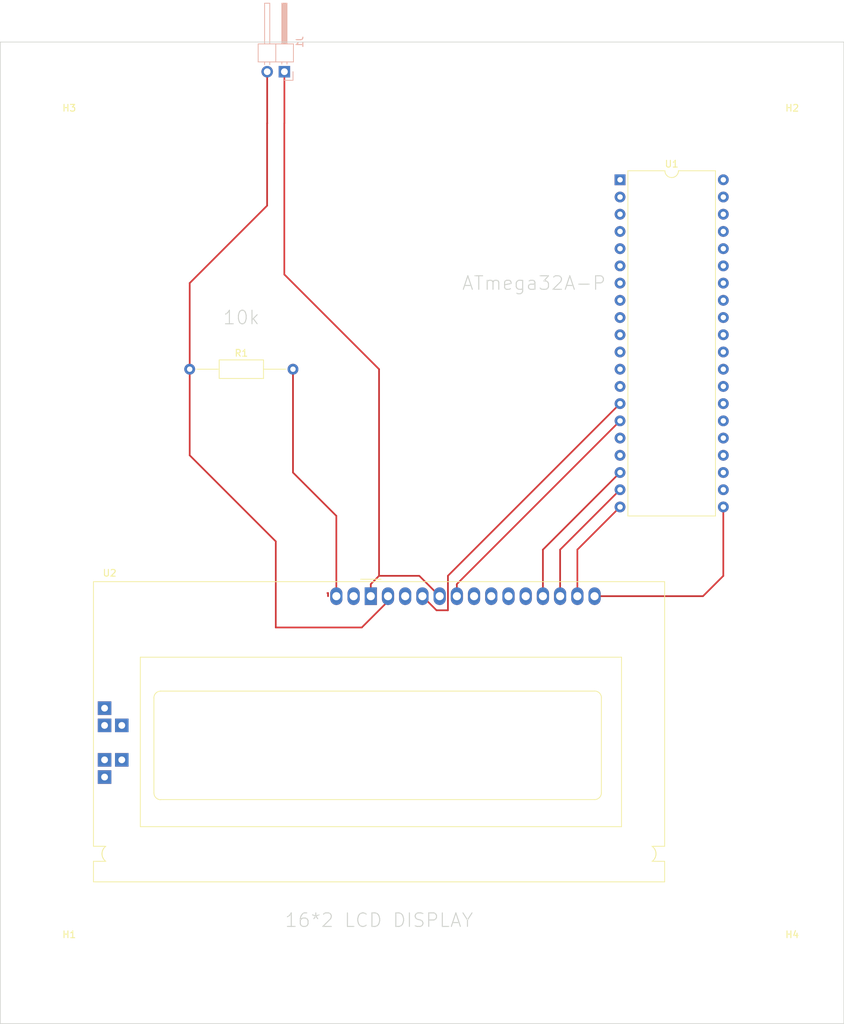
<source format=kicad_pcb>
(kicad_pcb (version 20211014) (generator pcbnew)
  (layers (0 "F.Cu" signal) (31 "B.Cu" signal) (34 "B.Paste" user) (35 "F.Paste" user) (36 "B.SilkS" user "B.Silkscreen") (37 "F.SilkS" user "F.Silkscreen") (38 "B.Mask" user) (39 "F.Mask" user) (44 "Edge.Cuts" user))
  (net 0 "")
  (net 1 "Net-(U2-Pad1)")
  (net 2 "Net-(J1-Pad2)")
  (net 3 "Net-(R1-Pad2)")
  (net 14 "Net-(U1-Pad11)")
  (net 17 "Net-(U1-Pad14)")
  (net 18 "Net-(U1-Pad15)")
  (net 21 "Net-(U1-Pad18)")
  (net 22 "Net-(U1-Pad19)")
  (net 23 "Net-(U1-Pad20)")
  (net 24 "Net-(U1-Pad21)")
  (footprint "Resistor_THT:R_Axial_DIN0207_L6.3mm_D2.5mm_P15.24mm_Horizontal" (layer "F.Cu") (at 127 81.28)
    (fp_text reference "R1" (at 7.62 -2.37) (layer "F.SilkS"))
    (fp_text value "10k")
    (fp_line (start 10.89 -1.37) (end 4.35 -1.37) (layer "F.SilkS") (width 0.12))
    (fp_line (start 14.2 0) (end 10.89 0) (layer "F.SilkS") (width 0.12))
    (fp_line (start 1.04 0) (end 4.35 0) (layer "F.SilkS") (width 0.12))
    (fp_line (start 10.89 1.37) (end 10.89 -1.37) (layer "F.SilkS") (width 0.12))
    (fp_line (start 4.35 -1.37) (end 4.35 1.37) (layer "F.SilkS") (width 0.12))
    (fp_line (start 4.35 1.37) (end 10.89 1.37) (layer "F.SilkS") (width 0.12))
    (pad "1" thru_hole circle (at 0 0) (size 1.6 1.6) (drill 0.8) (layers *.Cu *.Mask) (net 2 "Net-(J1-Pad2)"))
    (pad "2" thru_hole oval (at 15.24 0) (size 1.6 1.6) (drill 0.8) (layers *.Cu *.Mask) (net 3 "Net-(R1-Pad2)"))
  )
  (footprint "MountingHole:MountingHole_4.5mm" (layer "F.Cu") (at 215.9 170.18)
    (fp_text reference "H4" (at 0 -5.5) (layer "F.SilkS"))
    (fp_text value "MountingHole")
    (pad "" np_thru_hole circle (at 0 0) (size 4.5 4.5) (drill 4.5) (layers *.Cu *.Mask))
  )
  (footprint "Display:RC1602A" (layer "F.Cu") (at 153.72 114.7625)
    (fp_text reference "U2" (at -38.53 -3.41 180) (layer "F.SilkS"))
    (fp_text value "RC1602A-GHW-ESX")
    (fp_line (start 37 9) (end 37 34) (layer "F.SilkS") (width 0.12))
    (fp_line (start 43.36 42.14) (end -40.92 42.14) (layer "F.SilkS") (width 0.12))
    (fp_line (start -34 9) (end 37 9) (layer "F.SilkS") (width 0.12))
    (fp_line (start 43.36 39.11) (end 43.36 42.14) (layer "F.SilkS") (width 0.12))
    (fp_line (start -40.92 39.11) (end -39.1 39.11) (layer "F.SilkS") (width 0.12))
    (fp_line (start -32 29) (end -32 15) (layer "F.SilkS") (width 0.12))
    (fp_line (start -1.5 -2.5) (end 1.5 -2.5) (layer "F.SilkS") (width 0.12))
    (fp_line (start 43.36 36.89) (end 41.5 36.89) (layer "F.SilkS") (width 0.12))
    (fp_line (start 43.36 -2.14) (end 43.36 36.89) (layer "F.SilkS") (width 0.12))
    (fp_line (start -40.92 -2.14) (end 43.36 -2.14) (layer "F.SilkS") (width 0.12))
    (fp_line (start -34 34) (end -34 9) (layer "F.SilkS") (width 0.12))
    (fp_line (start 41.5 39.11) (end 43.36 39.11) (layer "F.SilkS") (width 0.12))
    (fp_line (start 33 30) (end -31 30) (layer "F.SilkS") (width 0.12))
    (fp_line (start -40.92 42.14) (end -40.92 39.11) (layer "F.SilkS") (width 0.12))
    (fp_line (start -40.92 36.89) (end -39.1 36.89) (layer "F.SilkS") (width 0.12))
    (fp_line (start -40.92 36.89) (end -40.92 -2.14) (layer "F.SilkS") (width 0.12))
    (fp_line (start 34.03 15) (end 34.03 29) (layer "F.SilkS") (width 0.12))
    (fp_line (start -31 14) (end 33 14) (layer "F.SilkS") (width 0.12))
    (fp_line (start 37 34) (end -34 34) (layer "F.SilkS") (width 0.12))
    (fp_arc (start -32.00286 15.00246) (mid -31.710488 14.296612) (end -31.00464 14.00424) (layer "F.SilkS") (width 0.12))
    (fp_arc (start -39.39 38.82) (mid -39.644716 37.794939) (end -39.1 36.89) (layer "F.SilkS") (width 0.12))
    (fp_arc (start 41.5 36.89) (mid 42.059361 37.759584) (end 41.84 38.77) (layer "F.SilkS") (width 0.12))
    (fp_arc (start 33.03574 13.99424) (mid 33.741576 14.286624) (end 34.03396 14.99246) (layer "F.SilkS") (width 0.12))
    (fp_arc (start 34.0265 29.00294) (mid 33.733372 29.710572) (end 33.02574 30.0037) (layer "F.SilkS") (width 0.12))
    (fp_arc (start -30.99464 30.0237) (mid -31.702284 29.730584) (end -31.9954 29.02294) (layer "F.SilkS") (width 0.12))
    (fp_arc (start 41.84 37.21) (mid 42.070574 38.233345) (end 41.51 39.12) (layer "F.SilkS") (width 0.12))
    (fp_arc (start -39.1 39.11) (mid -39.644716 38.205061) (end -39.39 37.18) (layer "F.SilkS") (width 0.12))
    (pad "" np_thru_hole circle (at 40.72 38 180) (size 2.5 2.5) (drill 2.5) (layers *.Cu *.Mask))
    (pad "" np_thru_hole circle (at 39.22 2 180) (size 2.5 2.5) (drill 2.5) (layers *.Cu *.Mask))
    (pad "" np_thru_hole circle (at -38.28 38 180) (size 2.5 2.5) (drill 2.5) (layers *.Cu *.Mask))
    (pad "" np_thru_hole circle (at -36.78 2 180) (size 2.5 2.5) (drill 2.5) (layers *.Cu *.Mask))
    (pad "1" thru_hole rect (at 0 0 180) (size 1.8 2.6) (drill 1.2) (layers *.Cu *.Mask) (net 1 "Net-(U2-Pad1)"))
    (pad "2" thru_hole oval (at 2.54 0 180) (size 1.8 2.6) (drill 1.2) (layers *.Cu *.Mask) (net 2 "Net-(J1-Pad2)"))
    (pad "3" thru_hole oval (at 5.08 0 180) (size 1.8 2.6) (drill 1.2) (layers *.Cu *.Mask))
    (pad "4" thru_hole oval (at 7.62 0 180) (size 1.8 2.6) (drill 1.2) (layers *.Cu *.Mask) (net 17 "Net-(U1-Pad14)"))
    (pad "5" thru_hole oval (at 10.16 0 180) (size 1.8 2.6) (drill 1.2) (layers *.Cu *.Mask) (net 1 "Net-(U2-Pad1)"))
    (pad "6" thru_hole oval (at 12.7 0 180) (size 1.8 2.6) (drill 1.2) (layers *.Cu *.Mask) (net 18 "Net-(U1-Pad15)"))
    (pad "7" thru_hole oval (at 15.24 0 180) (size 1.8 2.6) (drill 1.2) (layers *.Cu *.Mask))
    (pad "8" thru_hole oval (at 17.78 0 180) (size 1.8 2.6) (drill 1.2) (layers *.Cu *.Mask))
    (pad "9" thru_hole oval (at 20.32 0 180) (size 1.8 2.6) (drill 1.2) (layers *.Cu *.Mask))
    (pad "10" thru_hole oval (at 22.86 0 180) (size 1.8 2.6) (drill 1.2) (layers *.Cu *.Mask))
    (pad "11" thru_hole oval (at 25.4 0 180) (size 1.8 2.6) (drill 1.2) (layers *.Cu *.Mask) (net 21 "Net-(U1-Pad18)"))
    (pad "12" thru_hole oval (at 27.94 0 180) (size 1.8 2.6) (drill 1.2) (layers *.Cu *.Mask) (net 22 "Net-(U1-Pad19)"))
    (pad "13" thru_hole oval (at 30.48508 0.00254 180) (size 1.8 2.6) (drill 1.2) (layers *.Cu *.Mask) (net 23 "Net-(U1-Pad20)"))
    (pad "14" thru_hole oval (at 33.02 0 180) (size 1.8 2.6) (drill 1.2) (layers *.Cu *.Mask) (net 24 "Net-(U1-Pad21)"))
    (pad "15" thru_hole oval (at -5.08 0 180) (size 1.8 2.6) (drill 1.2) (layers *.Cu *.Mask) (net 3 "Net-(R1-Pad2)"))
    (pad "16" thru_hole oval (at -2.53492 0.00254 180) (size 1.8 2.6) (drill 1.2) (layers *.Cu *.Mask))
    (pad "A1" thru_hole rect (at -36.74 24.14 180) (size 2 2) (drill 1) (layers *.Cu *.Mask))
    (pad "A1" thru_hole rect (at -39.28 24.14 180) (size 2 2) (drill 1) (layers *.Cu *.Mask))
    (pad "A1" thru_hole rect (at -39.28 26.68 180) (size 2 2) (drill 1) (layers *.Cu *.Mask))
    (pad "K1" thru_hole rect (at -39.28 16.52 180) (size 2 2) (drill 1) (layers *.Cu *.Mask))
    (pad "K1" thru_hole rect (at -36.74 19.06 180) (size 2 2) (drill 1) (layers *.Cu *.Mask))
    (pad "K1" thru_hole rect (at -39.28 19.06 180) (size 2 2) (drill 1) (layers *.Cu *.Mask))
  )
  (footprint "MountingHole:MountingHole_4.5mm" (layer "F.Cu") (at 109.22 48.26)
    (fp_text reference "H3" (at 0 -5.5) (layer "F.SilkS"))
    (fp_text value "MountingHole")
    (pad "" np_thru_hole circle (at 0 0) (size 4.5 4.5) (drill 4.5) (layers *.Cu *.Mask))
  )
  (footprint "MountingHole:MountingHole_4.5mm" (layer "F.Cu") (at 215.9 48.26)
    (fp_text reference "H2" (at 0 -5.5) (layer "F.SilkS"))
    (fp_text value "MountingHole")
    (pad "" np_thru_hole circle (at 0 0) (size 4.5 4.5) (drill 4.5) (layers *.Cu *.Mask))
  )
  (footprint "MountingHole:MountingHole_4.5mm" (layer "F.Cu") (at 109.22 170.18)
    (fp_text reference "H1" (at 0 -5.5) (layer "F.SilkS"))
    (fp_text value "MountingHole")
    (pad "" np_thru_hole circle (at 0 0) (size 4.5 4.5) (drill 4.5) (layers *.Cu *.Mask))
  )
  (footprint "Package_DIP:DIP-40_W15.24mm" (layer "F.Cu") (at 190.5 53.34)
    (fp_text reference "U1" (at 7.62 -2.33) (layer "F.SilkS"))
    (fp_text value "ATmega32A-P")
    (fp_line (start 14.08 -1.33) (end 8.62 -1.33) (layer "F.SilkS") (width 0.12))
    (fp_line (start 6.62 -1.33) (end 1.16 -1.33) (layer "F.SilkS") (width 0.12))
    (fp_line (start 1.16 49.59) (end 14.08 49.59) (layer "F.SilkS") (width 0.12))
    (fp_line (start 14.08 49.59) (end 14.08 -1.33) (layer "F.SilkS") (width 0.12))
    (fp_line (start 1.16 -1.33) (end 1.16 49.59) (layer "F.SilkS") (width 0.12))
    (fp_arc (start 8.62 -1.33) (mid 7.62 -0.33) (end 6.62 -1.33) (layer "F.SilkS") (width 0.12))
    (pad "1" thru_hole rect (at 0 0) (size 1.6 1.6) (drill 0.8) (layers *.Cu *.Mask))
    (pad "2" thru_hole oval (at 0 2.54) (size 1.6 1.6) (drill 0.8) (layers *.Cu *.Mask))
    (pad "3" thru_hole oval (at 0 5.08) (size 1.6 1.6) (drill 0.8) (layers *.Cu *.Mask))
    (pad "4" thru_hole oval (at 0 7.62) (size 1.6 1.6) (drill 0.8) (layers *.Cu *.Mask))
    (pad "5" thru_hole oval (at 0 10.16) (size 1.6 1.6) (drill 0.8) (layers *.Cu *.Mask))
    (pad "6" thru_hole oval (at 0 12.7) (size 1.6 1.6) (drill 0.8) (layers *.Cu *.Mask))
    (pad "7" thru_hole oval (at 0 15.24) (size 1.6 1.6) (drill 0.8) (layers *.Cu *.Mask))
    (pad "8" thru_hole oval (at 0 17.78) (size 1.6 1.6) (drill 0.8) (layers *.Cu *.Mask))
    (pad "9" thru_hole oval (at 0 20.32) (size 1.6 1.6) (drill 0.8) (layers *.Cu *.Mask))
    (pad "10" thru_hole oval (at 0 22.86) (size 1.6 1.6) (drill 0.8) (layers *.Cu *.Mask))
    (pad "11" thru_hole oval (at 0 25.4) (size 1.6 1.6) (drill 0.8) (layers *.Cu *.Mask) (net 14 "Net-(U1-Pad11)"))
    (pad "12" thru_hole oval (at 0 27.94) (size 1.6 1.6) (drill 0.8) (layers *.Cu *.Mask))
    (pad "13" thru_hole oval (at 0 30.48) (size 1.6 1.6) (drill 0.8) (layers *.Cu *.Mask))
    (pad "14" thru_hole oval (at 0 33.02) (size 1.6 1.6) (drill 0.8) (layers *.Cu *.Mask) (net 17 "Net-(U1-Pad14)"))
    (pad "15" thru_hole oval (at 0 35.56) (size 1.6 1.6) (drill 0.8) (layers *.Cu *.Mask) (net 18 "Net-(U1-Pad15)"))
    (pad "16" thru_hole oval (at 0 38.1) (size 1.6 1.6) (drill 0.8) (layers *.Cu *.Mask))
    (pad "17" thru_hole oval (at 0 40.64) (size 1.6 1.6) (drill 0.8) (layers *.Cu *.Mask))
    (pad "18" thru_hole oval (at 0 43.18) (size 1.6 1.6) (drill 0.8) (layers *.Cu *.Mask) (net 21 "Net-(U1-Pad18)"))
    (pad "19" thru_hole oval (at 0 45.72) (size 1.6 1.6) (drill 0.8) (layers *.Cu *.Mask) (net 22 "Net-(U1-Pad19)"))
    (pad "20" thru_hole oval (at 0 48.26) (size 1.6 1.6) (drill 0.8) (layers *.Cu *.Mask) (net 23 "Net-(U1-Pad20)"))
    (pad "21" thru_hole oval (at 15.24 48.26) (size 1.6 1.6) (drill 0.8) (layers *.Cu *.Mask) (net 24 "Net-(U1-Pad21)"))
    (pad "22" thru_hole oval (at 15.24 45.72) (size 1.6 1.6) (drill 0.8) (layers *.Cu *.Mask))
    (pad "23" thru_hole oval (at 15.24 43.18) (size 1.6 1.6) (drill 0.8) (layers *.Cu *.Mask))
    (pad "24" thru_hole oval (at 15.24 40.64) (size 1.6 1.6) (drill 0.8) (layers *.Cu *.Mask))
    (pad "25" thru_hole oval (at 15.24 38.1) (size 1.6 1.6) (drill 0.8) (layers *.Cu *.Mask))
    (pad "26" thru_hole oval (at 15.24 35.56) (size 1.6 1.6) (drill 0.8) (layers *.Cu *.Mask))
    (pad "27" thru_hole oval (at 15.24 33.02) (size 1.6 1.6) (drill 0.8) (layers *.Cu *.Mask))
    (pad "28" thru_hole oval (at 15.24 30.48) (size 1.6 1.6) (drill 0.8) (layers *.Cu *.Mask))
    (pad "29" thru_hole oval (at 15.24 27.94) (size 1.6 1.6) (drill 0.8) (layers *.Cu *.Mask))
    (pad "30" thru_hole oval (at 15.24 25.4) (size 1.6 1.6) (drill 0.8) (layers *.Cu *.Mask))
    (pad "31" thru_hole oval (at 15.24 22.86) (size 1.6 1.6) (drill 0.8) (layers *.Cu *.Mask) (net 14 "Net-(U1-Pad11)"))
    (pad "32" thru_hole oval (at 15.24 20.32) (size 1.6 1.6) (drill 0.8) (layers *.Cu *.Mask))
    (pad "33" thru_hole oval (at 15.24 17.78) (size 1.6 1.6) (drill 0.8) (layers *.Cu *.Mask))
    (pad "34" thru_hole oval (at 15.24 15.24) (size 1.6 1.6) (drill 0.8) (layers *.Cu *.Mask))
    (pad "35" thru_hole oval (at 15.24 12.7) (size 1.6 1.6) (drill 0.8) (layers *.Cu *.Mask))
    (pad "36" thru_hole oval (at 15.24 10.16) (size 1.6 1.6) (drill 0.8) (layers *.Cu *.Mask))
    (pad "37" thru_hole oval (at 15.24 7.62) (size 1.6 1.6) (drill 0.8) (layers *.Cu *.Mask))
    (pad "38" thru_hole oval (at 15.24 5.08) (size 1.6 1.6) (drill 0.8) (layers *.Cu *.Mask))
    (pad "39" thru_hole oval (at 15.24 2.54) (size 1.6 1.6) (drill 0.8) (layers *.Cu *.Mask))
    (pad "40" thru_hole oval (at 15.24 0) (size 1.6 1.6) (drill 0.8) (layers *.Cu *.Mask))
  )
  (footprint "Connector_PinHeader_2.54mm:PinHeader_1x02_P2.54mm_Horizontal" (layer "B.Cu") (at 140.975 37.395 90)
    (fp_text reference "J1" (at 4.385 2.27 90) (layer "B.SilkS") (effects (justify mirror)))
    (fp_text value "Conn_01x02")
    (fp_line (start 4.1 -0.16) (end 10.1 -0.16) (layer "B.SilkS") (width 0.12))
    (fp_line (start 1.11 0.38) (end 1.44 0.38) (layer "B.SilkS") (width 0.12))
    (fp_line (start 1.042929 -2.92) (end 1.44 -2.92) (layer "B.SilkS") (width 0.12))
    (fp_line (start -1.27 0) (end -1.27 1.27) (layer "B.SilkS") (width 0.12))
    (fp_line (start 4.1 -0.04) (end 10.1 -0.04) (layer "B.SilkS") (width 0.12))
    (fp_line (start 10.1 -2.92) (end 4.1 -2.92) (layer "B.SilkS") (width 0.12))
    (fp_line (start 10.1 0.38) (end 10.1 -0.38) (layer "B.SilkS") (width 0.12))
    (fp_line (start -1.27 1.27) (end 0 1.27) (layer "B.SilkS") (width 0.12))
    (fp_line (start 4.1 0.38) (end 10.1 0.38) (layer "B.SilkS") (width 0.12))
    (fp_line (start 4.1 0.08) (end 10.1 0.08) (layer "B.SilkS") (width 0.12))
    (fp_line (start 4.1 -3.87) (end 4.1 1.33) (layer "B.SilkS") (width 0.12))
    (fp_line (start 1.11 -0.38) (end 1.44 -0.38) (layer "B.SilkS") (width 0.12))
    (fp_line (start 10.1 -0.38) (end 4.1 -0.38) (layer "B.SilkS") (width 0.12))
    (fp_line (start 4.1 0.32) (end 10.1 0.32) (layer "B.SilkS") (width 0.12))
    (fp_line (start 10.1 -2.16) (end 10.1 -2.92) (layer "B.SilkS") (width 0.12))
    (fp_line (start 4.1 1.33) (end 1.44 1.33) (layer "B.SilkS") (width 0.12))
    (fp_line (start 4.1 -2.16) (end 10.1 -2.16) (layer "B.SilkS") (width 0.12))
    (fp_line (start 1.44 -3.87) (end 4.1 -3.87) (layer "B.SilkS") (width 0.12))
    (fp_line (start 1.44 1.33) (end 1.44 -3.87) (layer "B.SilkS") (width 0.12))
    (fp_line (start 4.1 0.2) (end 10.1 0.2) (layer "B.SilkS") (width 0.12))
    (fp_line (start 4.1 -0.28) (end 10.1 -0.28) (layer "B.SilkS") (width 0.12))
    (fp_line (start 1.042929 -2.16) (end 1.44 -2.16) (layer "B.SilkS") (width 0.12))
    (fp_line (start 1.44 -1.27) (end 4.1 -1.27) (layer "B.SilkS") (width 0.12))
    (pad "1" thru_hole rect (at 0 0 90) (size 1.7 1.7) (drill 1) (layers *.Cu *.Mask) (net 1 "Net-(U2-Pad1)"))
    (pad "2" thru_hole oval (at 0 -2.54 90) (size 1.7 1.7) (drill 1) (layers *.Cu *.Mask) (net 2 "Net-(J1-Pad2)"))
  )
  (gr_line (start 99.06 33.02) (end 223.52 33.02) (layer "Edge.Cuts") (width 0.1))
  (gr_line (start 99.06 177.8) (end 99.06 33.02) (layer "Edge.Cuts") (width 0.1))
  (gr_line (start 223.52 33.02) (end 223.52 177.8) (layer "Edge.Cuts") (width 0.1))
  (gr_line (start 223.52 177.8) (end 99.06 177.8) (layer "Edge.Cuts") (width 0.1))
  (gr_text "16*2 LCD DISPLAY" (at 154.94 162.56) (layer "Edge.Cuts") (effects (font (size 2 2))))
  (gr_text "ATmega32A-P" (at 177.8 68.58) (layer "Edge.Cuts") (effects (font (size 2 2))))
  (gr_text "10k" (at 134.62 73.66) (layer "Edge.Cuts") (effects (font (size 2 2))))
  (segment (start 147.41548 114.3) (end 147.41548 114.7625) (width 0.25) (layer "F.Cu") (net 0))
  (segment (start 147.32 114.3) (end 147.41548 114.3) (width 0.25) (layer "F.Cu") (net 0))
  (segment (start 163.88 114.7625) (end 160.8775 111.76) (width 0.25) (layer "F.Cu") (net 1))
  (segment (start 154.94 81.28) (end 140.965 67.305) (width 0.25) (layer "F.Cu") (net 1))
  (segment (start 153.72 112.98) (end 153.72 114.7625) (width 0.25) (layer "F.Cu") (net 1))
  (segment (start 154.94 111.76) (end 154.94 81.28) (width 0.25) (layer "F.Cu") (net 1))
  (segment (start 140.965 67.305) (end 140.965 45.015) (width 0.25) (layer "F.Cu") (net 1))
  (segment (start 140.975 45.005) (end 140.965 45.015) (width 0.25) (layer "F.Cu") (net 1))
  (segment (start 140.975 37.395) (end 140.975 45.005) (width 0.25) (layer "F.Cu") (net 1))
  (segment (start 160.8775 111.76) (end 154.94 111.76) (width 0.25) (layer "F.Cu") (net 1))
  (segment (start 154.94 111.76) (end 153.72 112.98) (width 0.25) (layer "F.Cu") (net 1))
  (segment (start 127 68.58) (end 138.425 57.155) (width 0.25) (layer "F.Cu") (net 2))
  (segment (start 127 93.98) (end 127 81.28) (width 0.25) (layer "F.Cu") (net 2))
  (segment (start 127 81.28) (end 127 68.58) (width 0.25) (layer "F.Cu") (net 2))
  (segment (start 152.3925 119.38) (end 139.7 119.38) (width 0.25) (layer "F.Cu") (net 2))
  (segment (start 139.7 119.38) (end 139.7 106.68) (width 0.25) (layer "F.Cu") (net 2))
  (segment (start 139.7 106.68) (end 127 93.98) (width 0.25) (layer "F.Cu") (net 2))
  (segment (start 156.26 114.7625) (end 156.26 115.5125) (width 0.25) (layer "F.Cu") (net 2))
  (segment (start 138.435 37.395) (end 138.435 45.005) (width 0.25) (layer "F.Cu") (net 2))
  (segment (start 138.425 57.155) (end 138.425 45.015) (width 0.25) (layer "F.Cu") (net 2))
  (segment (start 138.435 45.005) (end 138.425 45.015) (width 0.25) (layer "F.Cu") (net 2))
  (segment (start 156.26 115.5125) (end 152.3925 119.38) (width 0.25) (layer "F.Cu") (net 2))
  (segment (start 148.64 102.92) (end 142.24 96.52) (width 0.25) (layer "F.Cu") (net 3))
  (segment (start 148.64 114.7625) (end 148.64 102.92) (width 0.25) (layer "F.Cu") (net 3))
  (segment (start 142.24 96.52) (end 142.24 81.28) (width 0.25) (layer "F.Cu") (net 3))
  (segment (start 163.4175 116.84) (end 165.1 116.84) (width 0.25) (layer "F.Cu") (net 17))
  (segment (start 165.10452 116.83548) (end 165.10452 111.75548) (width 0.25) (layer "F.Cu") (net 17))
  (segment (start 161.34 114.7625) (end 163.4175 116.84) (width 0.25) (layer "F.Cu") (net 17))
  (segment (start 165.10452 111.75548) (end 190.5 86.36) (width 0.25) (layer "F.Cu") (net 17))
  (segment (start 165.1 116.84) (end 165.10452 116.83548) (width 0.25) (layer "F.Cu") (net 17))
  (segment (start 166.42 114.7625) (end 166.42 112.98) (width 0.25) (layer "F.Cu") (net 18))
  (segment (start 166.42 112.98) (end 190.5 88.9) (width 0.25) (layer "F.Cu") (net 18))
  (segment (start 179.12 107.9) (end 190.5 96.52) (width 0.25) (layer "F.Cu") (net 21))
  (segment (start 179.12 114.7625) (end 179.12 107.9) (width 0.25) (layer "F.Cu") (net 21))
  (segment (start 181.66 114.7625) (end 181.66 107.9) (width 0.25) (layer "F.Cu") (net 22))
  (segment (start 181.66 107.9) (end 190.5 99.06) (width 0.25) (layer "F.Cu") (net 22))
  (segment (start 184.20508 107.89492) (end 190.5 101.6) (width 0.25) (layer "F.Cu") (net 23))
  (segment (start 184.20508 114.76504) (end 184.20508 107.89492) (width 0.25) (layer "F.Cu") (net 23))
  (segment (start 202.7375 114.7625) (end 205.74 111.76) (width 0.25) (layer "F.Cu") (net 24))
  (segment (start 205.74 111.76) (end 205.74 101.6) (width 0.25) (layer "F.Cu") (net 24))
  (segment (start 186.74 114.7625) (end 202.7375 114.7625) (width 0.25) (layer "F.Cu") (net 24))
)
</source>
